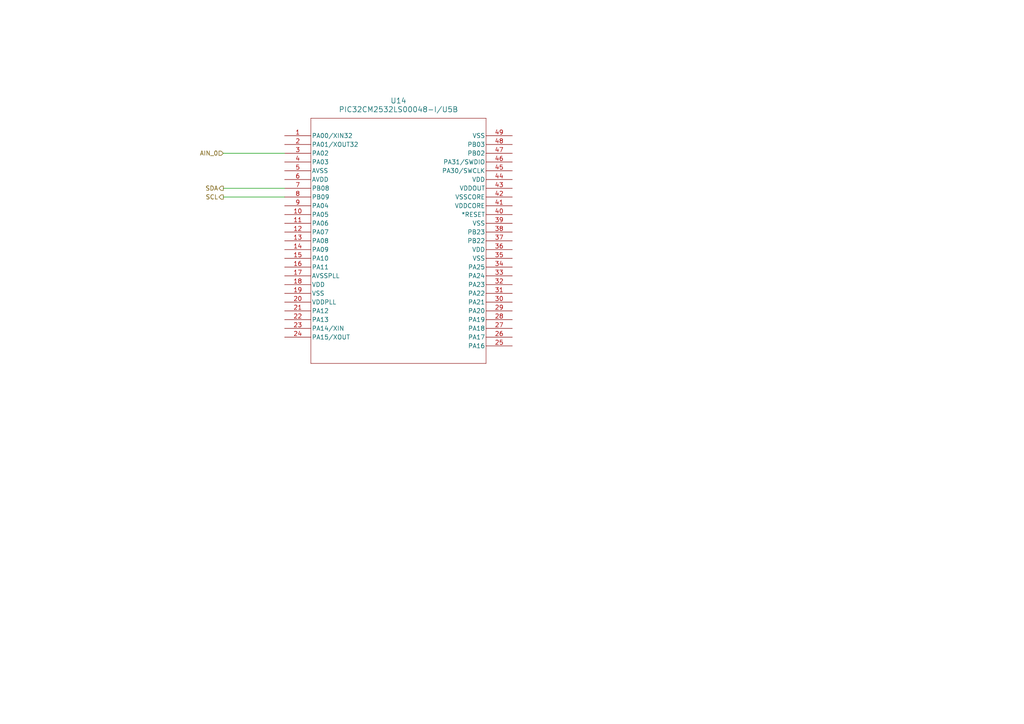
<source format=kicad_sch>
(kicad_sch (version 20250114) (generator "eeschema") (generator_version "9.0")
  (paper "A4")
  (lib_symbols
    (symbol "PIC32CM2532LS00048-IU5B:PIC32CM2532LS00048-I_U5B" (pin_names (offset 0.254))
      (property "Reference" "U" (at 33.02 10.16 0))
      (property "Value" "PIC32CM2532LS00048-I/U5B" (at 33.02 7.62 0))
      (symbol "PIC32CM2532LS00048-I_U5B_0_1"
        (polyline (pts (xy 7.62 5.08) (xy 7.62 -66.04)) (stroke (width 0.127)))
        (polyline (pts (xy 7.62 -66.04) (xy 58.42 -66.04)) (stroke (width 0.127)))
        (polyline (pts (xy 58.42 5.08) (xy 7.62 5.08)) (stroke (width 0.127)))
        (polyline (pts (xy 58.42 -66.04) (xy 58.42 5.08)) (stroke (width 0.127)))
        (pin bidirectional line (at 0 0 0) (length 7.62) (name "PA00/XIN32") (number "1"))
        (pin bidirectional line (at 0 -2.54 0) (length 7.62) (name "PA01/XOUT32") (number "2"))
        (pin bidirectional line (at 0 -5.08 0) (length 7.62) (name "PA02") (number "3"))
        (pin bidirectional line (at 0 -7.62 0) (length 7.62) (name "PA03") (number "4"))
        (pin power_out line (at 0 -10.16 0) (length 7.62) (name "AVSS") (number "5"))
        (pin power_in line (at 0 -12.7 0) (length 7.62) (name "AVDD") (number "6"))
        (pin bidirectional line (at 0 -15.24 0) (length 7.62) (name "PB08") (number "7"))
        (pin bidirectional line (at 0 -17.78 0) (length 7.62) (name "PB09") (number "8"))
        (pin bidirectional line (at 0 -20.32 0) (length 7.62) (name "PA04") (number "9"))
        (pin bidirectional line (at 0 -22.86 0) (length 7.62) (name "PA05") (number "10"))
        (pin bidirectional line (at 0 -25.4 0) (length 7.62) (name "PA06") (number "11"))
        (pin bidirectional line (at 0 -27.94 0) (length 7.62) (name "PA07") (number "12"))
        (pin bidirectional line (at 0 -30.48 0) (length 7.62) (name "PA08") (number "13"))
        (pin bidirectional line (at 0 -33.02 0) (length 7.62) (name "PA09") (number "14"))
        (pin bidirectional line (at 0 -35.56 0) (length 7.62) (name "PA10") (number "15"))
        (pin bidirectional line (at 0 -38.1 0) (length 7.62) (name "PA11") (number "16"))
        (pin power_out line (at 0 -40.64 0) (length 7.62) (name "AVSSPLL") (number "17"))
        (pin power_in line (at 0 -43.18 0) (length 7.62) (name "VDD") (number "18"))
        (pin power_out line (at 0 -45.72 0) (length 7.62) (name "VSS") (number "19"))
        (pin power_in line (at 0 -48.26 0) (length 7.62) (name "VDDPLL") (number "20"))
        (pin bidirectional line (at 0 -50.8 0) (length 7.62) (name "PA12") (number "21"))
        (pin bidirectional line (at 0 -53.34 0) (length 7.62) (name "PA13") (number "22"))
        (pin bidirectional line (at 0 -55.88 0) (length 7.62) (name "PA14/XIN") (number "23"))
        (pin bidirectional line (at 0 -58.42 0) (length 7.62) (name "PA15/XOUT") (number "24"))
        (pin power_out line (at 66.04 0 180) (length 7.62) (name "VSS") (number "49"))
        (pin bidirectional line (at 66.04 -2.54 180) (length 7.62) (name "PB03") (number "48"))
        (pin bidirectional line (at 66.04 -5.08 180) (length 7.62) (name "PB02") (number "47"))
        (pin bidirectional line (at 66.04 -7.62 180) (length 7.62) (name "PA31/SWDIO") (number "46"))
        (pin bidirectional line (at 66.04 -10.16 180) (length 7.62) (name "PA30/SWCLK") (number "45"))
        (pin power_in line (at 66.04 -12.7 180) (length 7.62) (name "VDD") (number "44"))
        (pin output line (at 66.04 -15.24 180) (length 7.62) (name "VDDOUT") (number "43"))
        (pin power_out line (at 66.04 -17.78 180) (length 7.62) (name "VSSCORE") (number "42"))
        (pin power_in line (at 66.04 -20.32 180) (length 7.62) (name "VDDCORE") (number "41"))
        (pin input line (at 66.04 -22.86 180) (length 7.62) (name "*RESET") (number "40"))
        (pin power_out line (at 66.04 -25.4 180) (length 7.62) (name "VSS") (number "39"))
        (pin bidirectional line (at 66.04 -27.94 180) (length 7.62) (name "PB23") (number "38"))
        (pin bidirectional line (at 66.04 -30.48 180) (length 7.62) (name "PB22") (number "37"))
        (pin power_in line (at 66.04 -33.02 180) (length 7.62) (name "VDD") (number "36"))
        (pin power_out line (at 66.04 -35.56 180) (length 7.62) (name "VSS") (number "35"))
        (pin bidirectional line (at 66.04 -38.1 180) (length 7.62) (name "PA25") (number "34"))
        (pin bidirectional line (at 66.04 -40.64 180) (length 7.62) (name "PA24") (number "33"))
        (pin bidirectional line (at 66.04 -43.18 180) (length 7.62) (name "PA23") (number "32"))
        (pin bidirectional line (at 66.04 -45.72 180) (length 7.62) (name "PA22") (number "31"))
        (pin bidirectional line (at 66.04 -48.26 180) (length 7.62) (name "PA21") (number "30"))
        (pin bidirectional line (at 66.04 -50.8 180) (length 7.62) (name "PA20") (number "29"))
        (pin bidirectional line (at 66.04 -53.34 180) (length 7.62) (name "PA19") (number "28"))
        (pin bidirectional line (at 66.04 -55.88 180) (length 7.62) (name "PA18") (number "27"))
        (pin bidirectional line (at 66.04 -58.42 180) (length 7.62) (name "PA17") (number "26"))
        (pin bidirectional line (at 66.04 -60.96 180) (length 7.62) (name "PA16") (number "25"))
      )
    )
  )
  (wire (pts (xy 64.77 57.15) (xy 82.55 57.15)))
  (wire (pts (xy 64.77 54.61) (xy 82.55 54.61)))
  (wire (pts (xy 64.77 44.45) (xy 82.55 44.45)))
  (hierarchical_label "SCL" (shape output) (at 64.77 57.15 180))
  (hierarchical_label "SDA" (shape output) (at 64.77 54.61 180))
  (hierarchical_label "AIN_0" (shape input) (at 64.77 44.45 180))
  (symbol (lib_id "PIC32CM2532LS00048-IU5B:PIC32CM2532LS00048-I_U5B") (at 82.55 39.37 0) (unit 1)
    (property "Reference" "U14" (at 115.57 29.21 0) (effects (font (size 1.524 1.524))))
    (property "Value" "PIC32CM2532LS00048-I/U5B" (at 115.57 31.75 0) (effects (font (size 1.524 1.524))))
    (property "Footprint" "footprints_1:VQFN48_U5B_MCH-M" (effects (hide yes)))
    (property "Datasheet" "PIC32CM2532LS00048-I/U5B" (effects (hide yes)))
  )
)
</source>
